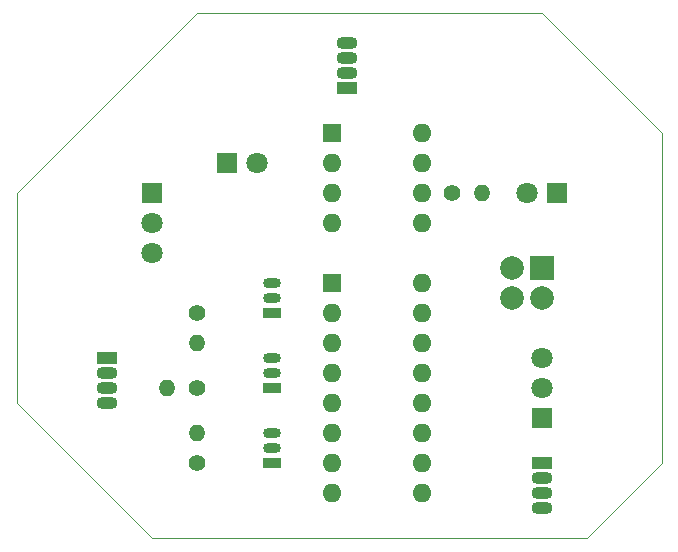
<source format=gbr>
%TF.GenerationSoftware,KiCad,Pcbnew,4.0.7-e2-6376~58~ubuntu16.04.1*%
%TF.CreationDate,2018-01-06T23:49:33+01:00*%
%TF.ProjectId,Receiver_module,52656365697665725F6D6F64756C652E,rev?*%
%TF.FileFunction,Soldermask,Bot*%
%FSLAX46Y46*%
G04 Gerber Fmt 4.6, Leading zero omitted, Abs format (unit mm)*
G04 Created by KiCad (PCBNEW 4.0.7-e2-6376~58~ubuntu16.04.1) date Sat Jan  6 23:49:33 2018*
%MOMM*%
%LPD*%
G01*
G04 APERTURE LIST*
%ADD10C,0.100000*%
%ADD11R,1.600000X1.600000*%
%ADD12O,1.600000X1.600000*%
%ADD13R,1.800000X1.800000*%
%ADD14C,1.800000*%
%ADD15R,1.800000X1.070000*%
%ADD16O,1.800000X1.070000*%
%ADD17R,2.000000X2.000000*%
%ADD18C,2.000000*%
%ADD19C,1.400000*%
%ADD20O,1.400000X1.400000*%
%ADD21O,1.500000X0.900000*%
%ADD22R,1.500000X0.900000*%
G04 APERTURE END LIST*
D10*
X130810000Y-121920000D02*
X130810000Y-119380000D01*
X124460000Y-128270000D02*
X130810000Y-121920000D01*
X121920000Y-128270000D02*
X124460000Y-128270000D01*
X76200000Y-116840000D02*
X76200000Y-99060000D01*
X87630000Y-128270000D02*
X76200000Y-116840000D01*
X90170000Y-128270000D02*
X87630000Y-128270000D01*
X121920000Y-128270000D02*
X90170000Y-128270000D01*
X130810000Y-93980000D02*
X130810000Y-119380000D01*
X120650000Y-83820000D02*
X130810000Y-93980000D01*
X91440000Y-83820000D02*
X120650000Y-83820000D01*
X76200000Y-99060000D02*
X91440000Y-83820000D01*
D11*
X102870000Y-93980000D03*
D12*
X110490000Y-101600000D03*
X102870000Y-96520000D03*
X110490000Y-99060000D03*
X102870000Y-99060000D03*
X110490000Y-96520000D03*
X102870000Y-101600000D03*
X110490000Y-93980000D03*
D13*
X93980000Y-96520000D03*
D14*
X96520000Y-96520000D03*
D15*
X83820000Y-113030000D03*
D16*
X83820000Y-114300000D03*
X83820000Y-115570000D03*
X83820000Y-116840000D03*
D13*
X121920000Y-99060000D03*
D14*
X119380000Y-99060000D03*
D11*
X102870000Y-106680000D03*
D12*
X110490000Y-124460000D03*
X102870000Y-109220000D03*
X110490000Y-121920000D03*
X102870000Y-111760000D03*
X110490000Y-119380000D03*
X102870000Y-114300000D03*
X110490000Y-116840000D03*
X102870000Y-116840000D03*
X110490000Y-114300000D03*
X102870000Y-119380000D03*
X110490000Y-111760000D03*
X102870000Y-121920000D03*
X110490000Y-109220000D03*
X102870000Y-124460000D03*
X110490000Y-106680000D03*
D17*
X120650000Y-105410000D03*
D18*
X118110000Y-105410000D03*
X120650000Y-107950000D03*
X118110000Y-107950000D03*
D19*
X91440000Y-109220000D03*
D20*
X91440000Y-111760000D03*
D19*
X91440000Y-115570000D03*
D20*
X88900000Y-115570000D03*
D19*
X91440000Y-121920000D03*
D20*
X91440000Y-119380000D03*
D21*
X97790000Y-107950000D03*
X97790000Y-106680000D03*
D22*
X97790000Y-109220000D03*
D21*
X97790000Y-114300000D03*
X97790000Y-113030000D03*
D22*
X97790000Y-115570000D03*
D21*
X97790000Y-120650000D03*
X97790000Y-119380000D03*
D22*
X97790000Y-121920000D03*
D13*
X87630000Y-99060000D03*
D14*
X87630000Y-101600000D03*
X87630000Y-104140000D03*
D19*
X113030000Y-99060000D03*
D20*
X115570000Y-99060000D03*
D13*
X120650000Y-118110000D03*
D14*
X120650000Y-115570000D03*
X120650000Y-113030000D03*
D15*
X120650000Y-121920000D03*
D16*
X120650000Y-123190000D03*
X120650000Y-124460000D03*
X120650000Y-125730000D03*
D15*
X104140000Y-90170000D03*
D16*
X104140000Y-88900000D03*
X104140000Y-87630000D03*
X104140000Y-86360000D03*
M02*

</source>
